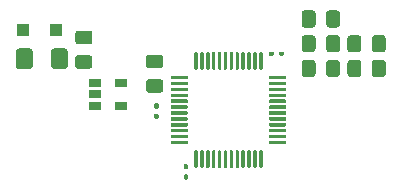
<source format=gbr>
%TF.GenerationSoftware,KiCad,Pcbnew,(5.1.8)-1*%
%TF.CreationDate,2020-12-26T00:02:07-07:00*%
%TF.ProjectId,Axle-Tx-PCB(STM32)v2,41786c65-2d54-4782-9d50-43422853544d,rev?*%
%TF.SameCoordinates,Original*%
%TF.FileFunction,Paste,Top*%
%TF.FilePolarity,Positive*%
%FSLAX46Y46*%
G04 Gerber Fmt 4.6, Leading zero omitted, Abs format (unit mm)*
G04 Created by KiCad (PCBNEW (5.1.8)-1) date 2020-12-26 00:02:07*
%MOMM*%
%LPD*%
G01*
G04 APERTURE LIST*
%ADD10R,1.060000X0.650000*%
%ADD11R,1.100000X1.100000*%
G04 APERTURE END LIST*
%TO.C,STM32*%
G36*
G01*
X19452000Y14726800D02*
X19452000Y16051800D01*
G75*
G02*
X19527000Y16126800I75000J0D01*
G01*
X19677000Y16126800D01*
G75*
G02*
X19752000Y16051800I0J-75000D01*
G01*
X19752000Y14726800D01*
G75*
G02*
X19677000Y14651800I-75000J0D01*
G01*
X19527000Y14651800D01*
G75*
G02*
X19452000Y14726800I0J75000D01*
G01*
G37*
G36*
G01*
X19952000Y14726800D02*
X19952000Y16051800D01*
G75*
G02*
X20027000Y16126800I75000J0D01*
G01*
X20177000Y16126800D01*
G75*
G02*
X20252000Y16051800I0J-75000D01*
G01*
X20252000Y14726800D01*
G75*
G02*
X20177000Y14651800I-75000J0D01*
G01*
X20027000Y14651800D01*
G75*
G02*
X19952000Y14726800I0J75000D01*
G01*
G37*
G36*
G01*
X20452000Y14726800D02*
X20452000Y16051800D01*
G75*
G02*
X20527000Y16126800I75000J0D01*
G01*
X20677000Y16126800D01*
G75*
G02*
X20752000Y16051800I0J-75000D01*
G01*
X20752000Y14726800D01*
G75*
G02*
X20677000Y14651800I-75000J0D01*
G01*
X20527000Y14651800D01*
G75*
G02*
X20452000Y14726800I0J75000D01*
G01*
G37*
G36*
G01*
X20952000Y14726800D02*
X20952000Y16051800D01*
G75*
G02*
X21027000Y16126800I75000J0D01*
G01*
X21177000Y16126800D01*
G75*
G02*
X21252000Y16051800I0J-75000D01*
G01*
X21252000Y14726800D01*
G75*
G02*
X21177000Y14651800I-75000J0D01*
G01*
X21027000Y14651800D01*
G75*
G02*
X20952000Y14726800I0J75000D01*
G01*
G37*
G36*
G01*
X21452000Y14726800D02*
X21452000Y16051800D01*
G75*
G02*
X21527000Y16126800I75000J0D01*
G01*
X21677000Y16126800D01*
G75*
G02*
X21752000Y16051800I0J-75000D01*
G01*
X21752000Y14726800D01*
G75*
G02*
X21677000Y14651800I-75000J0D01*
G01*
X21527000Y14651800D01*
G75*
G02*
X21452000Y14726800I0J75000D01*
G01*
G37*
G36*
G01*
X21952000Y14726800D02*
X21952000Y16051800D01*
G75*
G02*
X22027000Y16126800I75000J0D01*
G01*
X22177000Y16126800D01*
G75*
G02*
X22252000Y16051800I0J-75000D01*
G01*
X22252000Y14726800D01*
G75*
G02*
X22177000Y14651800I-75000J0D01*
G01*
X22027000Y14651800D01*
G75*
G02*
X21952000Y14726800I0J75000D01*
G01*
G37*
G36*
G01*
X22452000Y14726800D02*
X22452000Y16051800D01*
G75*
G02*
X22527000Y16126800I75000J0D01*
G01*
X22677000Y16126800D01*
G75*
G02*
X22752000Y16051800I0J-75000D01*
G01*
X22752000Y14726800D01*
G75*
G02*
X22677000Y14651800I-75000J0D01*
G01*
X22527000Y14651800D01*
G75*
G02*
X22452000Y14726800I0J75000D01*
G01*
G37*
G36*
G01*
X22952000Y14726800D02*
X22952000Y16051800D01*
G75*
G02*
X23027000Y16126800I75000J0D01*
G01*
X23177000Y16126800D01*
G75*
G02*
X23252000Y16051800I0J-75000D01*
G01*
X23252000Y14726800D01*
G75*
G02*
X23177000Y14651800I-75000J0D01*
G01*
X23027000Y14651800D01*
G75*
G02*
X22952000Y14726800I0J75000D01*
G01*
G37*
G36*
G01*
X23452000Y14726800D02*
X23452000Y16051800D01*
G75*
G02*
X23527000Y16126800I75000J0D01*
G01*
X23677000Y16126800D01*
G75*
G02*
X23752000Y16051800I0J-75000D01*
G01*
X23752000Y14726800D01*
G75*
G02*
X23677000Y14651800I-75000J0D01*
G01*
X23527000Y14651800D01*
G75*
G02*
X23452000Y14726800I0J75000D01*
G01*
G37*
G36*
G01*
X23952000Y14726800D02*
X23952000Y16051800D01*
G75*
G02*
X24027000Y16126800I75000J0D01*
G01*
X24177000Y16126800D01*
G75*
G02*
X24252000Y16051800I0J-75000D01*
G01*
X24252000Y14726800D01*
G75*
G02*
X24177000Y14651800I-75000J0D01*
G01*
X24027000Y14651800D01*
G75*
G02*
X23952000Y14726800I0J75000D01*
G01*
G37*
G36*
G01*
X24452000Y14726800D02*
X24452000Y16051800D01*
G75*
G02*
X24527000Y16126800I75000J0D01*
G01*
X24677000Y16126800D01*
G75*
G02*
X24752000Y16051800I0J-75000D01*
G01*
X24752000Y14726800D01*
G75*
G02*
X24677000Y14651800I-75000J0D01*
G01*
X24527000Y14651800D01*
G75*
G02*
X24452000Y14726800I0J75000D01*
G01*
G37*
G36*
G01*
X24952000Y14726800D02*
X24952000Y16051800D01*
G75*
G02*
X25027000Y16126800I75000J0D01*
G01*
X25177000Y16126800D01*
G75*
G02*
X25252000Y16051800I0J-75000D01*
G01*
X25252000Y14726800D01*
G75*
G02*
X25177000Y14651800I-75000J0D01*
G01*
X25027000Y14651800D01*
G75*
G02*
X24952000Y14726800I0J75000D01*
G01*
G37*
G36*
G01*
X25777000Y13901800D02*
X25777000Y14051800D01*
G75*
G02*
X25852000Y14126800I75000J0D01*
G01*
X27177000Y14126800D01*
G75*
G02*
X27252000Y14051800I0J-75000D01*
G01*
X27252000Y13901800D01*
G75*
G02*
X27177000Y13826800I-75000J0D01*
G01*
X25852000Y13826800D01*
G75*
G02*
X25777000Y13901800I0J75000D01*
G01*
G37*
G36*
G01*
X25777000Y13401800D02*
X25777000Y13551800D01*
G75*
G02*
X25852000Y13626800I75000J0D01*
G01*
X27177000Y13626800D01*
G75*
G02*
X27252000Y13551800I0J-75000D01*
G01*
X27252000Y13401800D01*
G75*
G02*
X27177000Y13326800I-75000J0D01*
G01*
X25852000Y13326800D01*
G75*
G02*
X25777000Y13401800I0J75000D01*
G01*
G37*
G36*
G01*
X25777000Y12901800D02*
X25777000Y13051800D01*
G75*
G02*
X25852000Y13126800I75000J0D01*
G01*
X27177000Y13126800D01*
G75*
G02*
X27252000Y13051800I0J-75000D01*
G01*
X27252000Y12901800D01*
G75*
G02*
X27177000Y12826800I-75000J0D01*
G01*
X25852000Y12826800D01*
G75*
G02*
X25777000Y12901800I0J75000D01*
G01*
G37*
G36*
G01*
X25777000Y12401800D02*
X25777000Y12551800D01*
G75*
G02*
X25852000Y12626800I75000J0D01*
G01*
X27177000Y12626800D01*
G75*
G02*
X27252000Y12551800I0J-75000D01*
G01*
X27252000Y12401800D01*
G75*
G02*
X27177000Y12326800I-75000J0D01*
G01*
X25852000Y12326800D01*
G75*
G02*
X25777000Y12401800I0J75000D01*
G01*
G37*
G36*
G01*
X25777000Y11901800D02*
X25777000Y12051800D01*
G75*
G02*
X25852000Y12126800I75000J0D01*
G01*
X27177000Y12126800D01*
G75*
G02*
X27252000Y12051800I0J-75000D01*
G01*
X27252000Y11901800D01*
G75*
G02*
X27177000Y11826800I-75000J0D01*
G01*
X25852000Y11826800D01*
G75*
G02*
X25777000Y11901800I0J75000D01*
G01*
G37*
G36*
G01*
X25777000Y11401800D02*
X25777000Y11551800D01*
G75*
G02*
X25852000Y11626800I75000J0D01*
G01*
X27177000Y11626800D01*
G75*
G02*
X27252000Y11551800I0J-75000D01*
G01*
X27252000Y11401800D01*
G75*
G02*
X27177000Y11326800I-75000J0D01*
G01*
X25852000Y11326800D01*
G75*
G02*
X25777000Y11401800I0J75000D01*
G01*
G37*
G36*
G01*
X25777000Y10901800D02*
X25777000Y11051800D01*
G75*
G02*
X25852000Y11126800I75000J0D01*
G01*
X27177000Y11126800D01*
G75*
G02*
X27252000Y11051800I0J-75000D01*
G01*
X27252000Y10901800D01*
G75*
G02*
X27177000Y10826800I-75000J0D01*
G01*
X25852000Y10826800D01*
G75*
G02*
X25777000Y10901800I0J75000D01*
G01*
G37*
G36*
G01*
X25777000Y10401800D02*
X25777000Y10551800D01*
G75*
G02*
X25852000Y10626800I75000J0D01*
G01*
X27177000Y10626800D01*
G75*
G02*
X27252000Y10551800I0J-75000D01*
G01*
X27252000Y10401800D01*
G75*
G02*
X27177000Y10326800I-75000J0D01*
G01*
X25852000Y10326800D01*
G75*
G02*
X25777000Y10401800I0J75000D01*
G01*
G37*
G36*
G01*
X25777000Y9901800D02*
X25777000Y10051800D01*
G75*
G02*
X25852000Y10126800I75000J0D01*
G01*
X27177000Y10126800D01*
G75*
G02*
X27252000Y10051800I0J-75000D01*
G01*
X27252000Y9901800D01*
G75*
G02*
X27177000Y9826800I-75000J0D01*
G01*
X25852000Y9826800D01*
G75*
G02*
X25777000Y9901800I0J75000D01*
G01*
G37*
G36*
G01*
X25777000Y9401800D02*
X25777000Y9551800D01*
G75*
G02*
X25852000Y9626800I75000J0D01*
G01*
X27177000Y9626800D01*
G75*
G02*
X27252000Y9551800I0J-75000D01*
G01*
X27252000Y9401800D01*
G75*
G02*
X27177000Y9326800I-75000J0D01*
G01*
X25852000Y9326800D01*
G75*
G02*
X25777000Y9401800I0J75000D01*
G01*
G37*
G36*
G01*
X25777000Y8901800D02*
X25777000Y9051800D01*
G75*
G02*
X25852000Y9126800I75000J0D01*
G01*
X27177000Y9126800D01*
G75*
G02*
X27252000Y9051800I0J-75000D01*
G01*
X27252000Y8901800D01*
G75*
G02*
X27177000Y8826800I-75000J0D01*
G01*
X25852000Y8826800D01*
G75*
G02*
X25777000Y8901800I0J75000D01*
G01*
G37*
G36*
G01*
X25777000Y8401800D02*
X25777000Y8551800D01*
G75*
G02*
X25852000Y8626800I75000J0D01*
G01*
X27177000Y8626800D01*
G75*
G02*
X27252000Y8551800I0J-75000D01*
G01*
X27252000Y8401800D01*
G75*
G02*
X27177000Y8326800I-75000J0D01*
G01*
X25852000Y8326800D01*
G75*
G02*
X25777000Y8401800I0J75000D01*
G01*
G37*
G36*
G01*
X24952000Y6401800D02*
X24952000Y7726800D01*
G75*
G02*
X25027000Y7801800I75000J0D01*
G01*
X25177000Y7801800D01*
G75*
G02*
X25252000Y7726800I0J-75000D01*
G01*
X25252000Y6401800D01*
G75*
G02*
X25177000Y6326800I-75000J0D01*
G01*
X25027000Y6326800D01*
G75*
G02*
X24952000Y6401800I0J75000D01*
G01*
G37*
G36*
G01*
X24452000Y6401800D02*
X24452000Y7726800D01*
G75*
G02*
X24527000Y7801800I75000J0D01*
G01*
X24677000Y7801800D01*
G75*
G02*
X24752000Y7726800I0J-75000D01*
G01*
X24752000Y6401800D01*
G75*
G02*
X24677000Y6326800I-75000J0D01*
G01*
X24527000Y6326800D01*
G75*
G02*
X24452000Y6401800I0J75000D01*
G01*
G37*
G36*
G01*
X23952000Y6401800D02*
X23952000Y7726800D01*
G75*
G02*
X24027000Y7801800I75000J0D01*
G01*
X24177000Y7801800D01*
G75*
G02*
X24252000Y7726800I0J-75000D01*
G01*
X24252000Y6401800D01*
G75*
G02*
X24177000Y6326800I-75000J0D01*
G01*
X24027000Y6326800D01*
G75*
G02*
X23952000Y6401800I0J75000D01*
G01*
G37*
G36*
G01*
X23452000Y6401800D02*
X23452000Y7726800D01*
G75*
G02*
X23527000Y7801800I75000J0D01*
G01*
X23677000Y7801800D01*
G75*
G02*
X23752000Y7726800I0J-75000D01*
G01*
X23752000Y6401800D01*
G75*
G02*
X23677000Y6326800I-75000J0D01*
G01*
X23527000Y6326800D01*
G75*
G02*
X23452000Y6401800I0J75000D01*
G01*
G37*
G36*
G01*
X22952000Y6401800D02*
X22952000Y7726800D01*
G75*
G02*
X23027000Y7801800I75000J0D01*
G01*
X23177000Y7801800D01*
G75*
G02*
X23252000Y7726800I0J-75000D01*
G01*
X23252000Y6401800D01*
G75*
G02*
X23177000Y6326800I-75000J0D01*
G01*
X23027000Y6326800D01*
G75*
G02*
X22952000Y6401800I0J75000D01*
G01*
G37*
G36*
G01*
X22452000Y6401800D02*
X22452000Y7726800D01*
G75*
G02*
X22527000Y7801800I75000J0D01*
G01*
X22677000Y7801800D01*
G75*
G02*
X22752000Y7726800I0J-75000D01*
G01*
X22752000Y6401800D01*
G75*
G02*
X22677000Y6326800I-75000J0D01*
G01*
X22527000Y6326800D01*
G75*
G02*
X22452000Y6401800I0J75000D01*
G01*
G37*
G36*
G01*
X21952000Y6401800D02*
X21952000Y7726800D01*
G75*
G02*
X22027000Y7801800I75000J0D01*
G01*
X22177000Y7801800D01*
G75*
G02*
X22252000Y7726800I0J-75000D01*
G01*
X22252000Y6401800D01*
G75*
G02*
X22177000Y6326800I-75000J0D01*
G01*
X22027000Y6326800D01*
G75*
G02*
X21952000Y6401800I0J75000D01*
G01*
G37*
G36*
G01*
X21452000Y6401800D02*
X21452000Y7726800D01*
G75*
G02*
X21527000Y7801800I75000J0D01*
G01*
X21677000Y7801800D01*
G75*
G02*
X21752000Y7726800I0J-75000D01*
G01*
X21752000Y6401800D01*
G75*
G02*
X21677000Y6326800I-75000J0D01*
G01*
X21527000Y6326800D01*
G75*
G02*
X21452000Y6401800I0J75000D01*
G01*
G37*
G36*
G01*
X20952000Y6401800D02*
X20952000Y7726800D01*
G75*
G02*
X21027000Y7801800I75000J0D01*
G01*
X21177000Y7801800D01*
G75*
G02*
X21252000Y7726800I0J-75000D01*
G01*
X21252000Y6401800D01*
G75*
G02*
X21177000Y6326800I-75000J0D01*
G01*
X21027000Y6326800D01*
G75*
G02*
X20952000Y6401800I0J75000D01*
G01*
G37*
G36*
G01*
X20452000Y6401800D02*
X20452000Y7726800D01*
G75*
G02*
X20527000Y7801800I75000J0D01*
G01*
X20677000Y7801800D01*
G75*
G02*
X20752000Y7726800I0J-75000D01*
G01*
X20752000Y6401800D01*
G75*
G02*
X20677000Y6326800I-75000J0D01*
G01*
X20527000Y6326800D01*
G75*
G02*
X20452000Y6401800I0J75000D01*
G01*
G37*
G36*
G01*
X19952000Y6401800D02*
X19952000Y7726800D01*
G75*
G02*
X20027000Y7801800I75000J0D01*
G01*
X20177000Y7801800D01*
G75*
G02*
X20252000Y7726800I0J-75000D01*
G01*
X20252000Y6401800D01*
G75*
G02*
X20177000Y6326800I-75000J0D01*
G01*
X20027000Y6326800D01*
G75*
G02*
X19952000Y6401800I0J75000D01*
G01*
G37*
G36*
G01*
X19452000Y6401800D02*
X19452000Y7726800D01*
G75*
G02*
X19527000Y7801800I75000J0D01*
G01*
X19677000Y7801800D01*
G75*
G02*
X19752000Y7726800I0J-75000D01*
G01*
X19752000Y6401800D01*
G75*
G02*
X19677000Y6326800I-75000J0D01*
G01*
X19527000Y6326800D01*
G75*
G02*
X19452000Y6401800I0J75000D01*
G01*
G37*
G36*
G01*
X17452000Y8401800D02*
X17452000Y8551800D01*
G75*
G02*
X17527000Y8626800I75000J0D01*
G01*
X18852000Y8626800D01*
G75*
G02*
X18927000Y8551800I0J-75000D01*
G01*
X18927000Y8401800D01*
G75*
G02*
X18852000Y8326800I-75000J0D01*
G01*
X17527000Y8326800D01*
G75*
G02*
X17452000Y8401800I0J75000D01*
G01*
G37*
G36*
G01*
X17452000Y8901800D02*
X17452000Y9051800D01*
G75*
G02*
X17527000Y9126800I75000J0D01*
G01*
X18852000Y9126800D01*
G75*
G02*
X18927000Y9051800I0J-75000D01*
G01*
X18927000Y8901800D01*
G75*
G02*
X18852000Y8826800I-75000J0D01*
G01*
X17527000Y8826800D01*
G75*
G02*
X17452000Y8901800I0J75000D01*
G01*
G37*
G36*
G01*
X17452000Y9401800D02*
X17452000Y9551800D01*
G75*
G02*
X17527000Y9626800I75000J0D01*
G01*
X18852000Y9626800D01*
G75*
G02*
X18927000Y9551800I0J-75000D01*
G01*
X18927000Y9401800D01*
G75*
G02*
X18852000Y9326800I-75000J0D01*
G01*
X17527000Y9326800D01*
G75*
G02*
X17452000Y9401800I0J75000D01*
G01*
G37*
G36*
G01*
X17452000Y9901800D02*
X17452000Y10051800D01*
G75*
G02*
X17527000Y10126800I75000J0D01*
G01*
X18852000Y10126800D01*
G75*
G02*
X18927000Y10051800I0J-75000D01*
G01*
X18927000Y9901800D01*
G75*
G02*
X18852000Y9826800I-75000J0D01*
G01*
X17527000Y9826800D01*
G75*
G02*
X17452000Y9901800I0J75000D01*
G01*
G37*
G36*
G01*
X17452000Y10401800D02*
X17452000Y10551800D01*
G75*
G02*
X17527000Y10626800I75000J0D01*
G01*
X18852000Y10626800D01*
G75*
G02*
X18927000Y10551800I0J-75000D01*
G01*
X18927000Y10401800D01*
G75*
G02*
X18852000Y10326800I-75000J0D01*
G01*
X17527000Y10326800D01*
G75*
G02*
X17452000Y10401800I0J75000D01*
G01*
G37*
G36*
G01*
X17452000Y10901800D02*
X17452000Y11051800D01*
G75*
G02*
X17527000Y11126800I75000J0D01*
G01*
X18852000Y11126800D01*
G75*
G02*
X18927000Y11051800I0J-75000D01*
G01*
X18927000Y10901800D01*
G75*
G02*
X18852000Y10826800I-75000J0D01*
G01*
X17527000Y10826800D01*
G75*
G02*
X17452000Y10901800I0J75000D01*
G01*
G37*
G36*
G01*
X17452000Y11401800D02*
X17452000Y11551800D01*
G75*
G02*
X17527000Y11626800I75000J0D01*
G01*
X18852000Y11626800D01*
G75*
G02*
X18927000Y11551800I0J-75000D01*
G01*
X18927000Y11401800D01*
G75*
G02*
X18852000Y11326800I-75000J0D01*
G01*
X17527000Y11326800D01*
G75*
G02*
X17452000Y11401800I0J75000D01*
G01*
G37*
G36*
G01*
X17452000Y11901800D02*
X17452000Y12051800D01*
G75*
G02*
X17527000Y12126800I75000J0D01*
G01*
X18852000Y12126800D01*
G75*
G02*
X18927000Y12051800I0J-75000D01*
G01*
X18927000Y11901800D01*
G75*
G02*
X18852000Y11826800I-75000J0D01*
G01*
X17527000Y11826800D01*
G75*
G02*
X17452000Y11901800I0J75000D01*
G01*
G37*
G36*
G01*
X17452000Y12401800D02*
X17452000Y12551800D01*
G75*
G02*
X17527000Y12626800I75000J0D01*
G01*
X18852000Y12626800D01*
G75*
G02*
X18927000Y12551800I0J-75000D01*
G01*
X18927000Y12401800D01*
G75*
G02*
X18852000Y12326800I-75000J0D01*
G01*
X17527000Y12326800D01*
G75*
G02*
X17452000Y12401800I0J75000D01*
G01*
G37*
G36*
G01*
X17452000Y12901800D02*
X17452000Y13051800D01*
G75*
G02*
X17527000Y13126800I75000J0D01*
G01*
X18852000Y13126800D01*
G75*
G02*
X18927000Y13051800I0J-75000D01*
G01*
X18927000Y12901800D01*
G75*
G02*
X18852000Y12826800I-75000J0D01*
G01*
X17527000Y12826800D01*
G75*
G02*
X17452000Y12901800I0J75000D01*
G01*
G37*
G36*
G01*
X17452000Y13401800D02*
X17452000Y13551800D01*
G75*
G02*
X17527000Y13626800I75000J0D01*
G01*
X18852000Y13626800D01*
G75*
G02*
X18927000Y13551800I0J-75000D01*
G01*
X18927000Y13401800D01*
G75*
G02*
X18852000Y13326800I-75000J0D01*
G01*
X17527000Y13326800D01*
G75*
G02*
X17452000Y13401800I0J75000D01*
G01*
G37*
G36*
G01*
X17452000Y13901800D02*
X17452000Y14051800D01*
G75*
G02*
X17527000Y14126800I75000J0D01*
G01*
X18852000Y14126800D01*
G75*
G02*
X18927000Y14051800I0J-75000D01*
G01*
X18927000Y13901800D01*
G75*
G02*
X18852000Y13826800I-75000J0D01*
G01*
X17527000Y13826800D01*
G75*
G02*
X17452000Y13901800I0J75000D01*
G01*
G37*
%TD*%
D10*
%TO.C,3.3Vreg1*%
X13292000Y13497600D03*
X13292000Y11597600D03*
X11092000Y11597600D03*
X11092000Y12547600D03*
X11092000Y13497600D03*
%TD*%
%TO.C,R6*%
G36*
G01*
X18655200Y5789800D02*
X18835200Y5789800D01*
G75*
G02*
X18925200Y5699800I0J-90000D01*
G01*
X18925200Y5421800D01*
G75*
G02*
X18835200Y5331800I-90000J0D01*
G01*
X18655200Y5331800D01*
G75*
G02*
X18565200Y5421800I0J90000D01*
G01*
X18565200Y5699800D01*
G75*
G02*
X18655200Y5789800I90000J0D01*
G01*
G37*
G36*
G01*
X18655200Y6654800D02*
X18835200Y6654800D01*
G75*
G02*
X18925200Y6564800I0J-90000D01*
G01*
X18925200Y6286800D01*
G75*
G02*
X18835200Y6196800I-90000J0D01*
G01*
X18655200Y6196800D01*
G75*
G02*
X18565200Y6286800I0J90000D01*
G01*
X18565200Y6564800D01*
G75*
G02*
X18655200Y6654800I90000J0D01*
G01*
G37*
%TD*%
%TO.C,R4*%
G36*
G01*
X26619500Y15912000D02*
X26619500Y16092000D01*
G75*
G02*
X26709500Y16182000I90000J0D01*
G01*
X26987500Y16182000D01*
G75*
G02*
X27077500Y16092000I0J-90000D01*
G01*
X27077500Y15912000D01*
G75*
G02*
X26987500Y15822000I-90000J0D01*
G01*
X26709500Y15822000D01*
G75*
G02*
X26619500Y15912000I0J90000D01*
G01*
G37*
G36*
G01*
X25754500Y15912000D02*
X25754500Y16092000D01*
G75*
G02*
X25844500Y16182000I90000J0D01*
G01*
X26122500Y16182000D01*
G75*
G02*
X26212500Y16092000I0J-90000D01*
G01*
X26212500Y15912000D01*
G75*
G02*
X26122500Y15822000I-90000J0D01*
G01*
X25844500Y15822000D01*
G75*
G02*
X25754500Y15912000I0J90000D01*
G01*
G37*
%TD*%
%TO.C,C7*%
G36*
G01*
X16578600Y14746300D02*
X15628600Y14746300D01*
G75*
G02*
X15378600Y14996300I0J250000D01*
G01*
X15378600Y15671300D01*
G75*
G02*
X15628600Y15921300I250000J0D01*
G01*
X16578600Y15921300D01*
G75*
G02*
X16828600Y15671300I0J-250000D01*
G01*
X16828600Y14996300D01*
G75*
G02*
X16578600Y14746300I-250000J0D01*
G01*
G37*
G36*
G01*
X16578600Y12671300D02*
X15628600Y12671300D01*
G75*
G02*
X15378600Y12921300I0J250000D01*
G01*
X15378600Y13596300D01*
G75*
G02*
X15628600Y13846300I250000J0D01*
G01*
X16578600Y13846300D01*
G75*
G02*
X16828600Y13596300I0J-250000D01*
G01*
X16828600Y12921300D01*
G75*
G02*
X16578600Y12671300I-250000J0D01*
G01*
G37*
%TD*%
%TO.C,R5*%
G36*
G01*
X16346000Y11328700D02*
X16166000Y11328700D01*
G75*
G02*
X16076000Y11418700I0J90000D01*
G01*
X16076000Y11696700D01*
G75*
G02*
X16166000Y11786700I90000J0D01*
G01*
X16346000Y11786700D01*
G75*
G02*
X16436000Y11696700I0J-90000D01*
G01*
X16436000Y11418700D01*
G75*
G02*
X16346000Y11328700I-90000J0D01*
G01*
G37*
G36*
G01*
X16346000Y10463700D02*
X16166000Y10463700D01*
G75*
G02*
X16076000Y10553700I0J90000D01*
G01*
X16076000Y10831700D01*
G75*
G02*
X16166000Y10921700I90000J0D01*
G01*
X16346000Y10921700D01*
G75*
G02*
X16436000Y10831700I0J-90000D01*
G01*
X16436000Y10553700D01*
G75*
G02*
X16346000Y10463700I-90000J0D01*
G01*
G37*
%TD*%
%TO.C,F1*%
G36*
G01*
X5778200Y16195200D02*
X5778200Y14945200D01*
G75*
G02*
X5528200Y14695200I-250000J0D01*
G01*
X4603200Y14695200D01*
G75*
G02*
X4353200Y14945200I0J250000D01*
G01*
X4353200Y16195200D01*
G75*
G02*
X4603200Y16445200I250000J0D01*
G01*
X5528200Y16445200D01*
G75*
G02*
X5778200Y16195200I0J-250000D01*
G01*
G37*
G36*
G01*
X8753200Y16195200D02*
X8753200Y14945200D01*
G75*
G02*
X8503200Y14695200I-250000J0D01*
G01*
X7578200Y14695200D01*
G75*
G02*
X7328200Y14945200I0J250000D01*
G01*
X7328200Y16195200D01*
G75*
G02*
X7578200Y16445200I250000J0D01*
G01*
X8503200Y16445200D01*
G75*
G02*
X8753200Y16195200I0J-250000D01*
G01*
G37*
%TD*%
D11*
%TO.C,D1*%
X7724600Y17983200D03*
X4924600Y17983200D03*
%TD*%
%TO.C,C5*%
G36*
G01*
X33598700Y15219700D02*
X33598700Y14269700D01*
G75*
G02*
X33348700Y14019700I-250000J0D01*
G01*
X32673700Y14019700D01*
G75*
G02*
X32423700Y14269700I0J250000D01*
G01*
X32423700Y15219700D01*
G75*
G02*
X32673700Y15469700I250000J0D01*
G01*
X33348700Y15469700D01*
G75*
G02*
X33598700Y15219700I0J-250000D01*
G01*
G37*
G36*
G01*
X35673700Y15219700D02*
X35673700Y14269700D01*
G75*
G02*
X35423700Y14019700I-250000J0D01*
G01*
X34748700Y14019700D01*
G75*
G02*
X34498700Y14269700I0J250000D01*
G01*
X34498700Y15219700D01*
G75*
G02*
X34748700Y15469700I250000J0D01*
G01*
X35423700Y15469700D01*
G75*
G02*
X35673700Y15219700I0J-250000D01*
G01*
G37*
%TD*%
%TO.C,C4*%
G36*
G01*
X33598700Y17315200D02*
X33598700Y16365200D01*
G75*
G02*
X33348700Y16115200I-250000J0D01*
G01*
X32673700Y16115200D01*
G75*
G02*
X32423700Y16365200I0J250000D01*
G01*
X32423700Y17315200D01*
G75*
G02*
X32673700Y17565200I250000J0D01*
G01*
X33348700Y17565200D01*
G75*
G02*
X33598700Y17315200I0J-250000D01*
G01*
G37*
G36*
G01*
X35673700Y17315200D02*
X35673700Y16365200D01*
G75*
G02*
X35423700Y16115200I-250000J0D01*
G01*
X34748700Y16115200D01*
G75*
G02*
X34498700Y16365200I0J250000D01*
G01*
X34498700Y17315200D01*
G75*
G02*
X34748700Y17565200I250000J0D01*
G01*
X35423700Y17565200D01*
G75*
G02*
X35673700Y17315200I0J-250000D01*
G01*
G37*
%TD*%
%TO.C,C6*%
G36*
G01*
X9634200Y15882200D02*
X10584200Y15882200D01*
G75*
G02*
X10834200Y15632200I0J-250000D01*
G01*
X10834200Y14957200D01*
G75*
G02*
X10584200Y14707200I-250000J0D01*
G01*
X9634200Y14707200D01*
G75*
G02*
X9384200Y14957200I0J250000D01*
G01*
X9384200Y15632200D01*
G75*
G02*
X9634200Y15882200I250000J0D01*
G01*
G37*
G36*
G01*
X9634200Y17957200D02*
X10584200Y17957200D01*
G75*
G02*
X10834200Y17707200I0J-250000D01*
G01*
X10834200Y17032200D01*
G75*
G02*
X10584200Y16782200I-250000J0D01*
G01*
X9634200Y16782200D01*
G75*
G02*
X9384200Y17032200I0J250000D01*
G01*
X9384200Y17707200D01*
G75*
G02*
X9634200Y17957200I250000J0D01*
G01*
G37*
%TD*%
%TO.C,C3*%
G36*
G01*
X30625200Y14269700D02*
X30625200Y15219700D01*
G75*
G02*
X30875200Y15469700I250000J0D01*
G01*
X31550200Y15469700D01*
G75*
G02*
X31800200Y15219700I0J-250000D01*
G01*
X31800200Y14269700D01*
G75*
G02*
X31550200Y14019700I-250000J0D01*
G01*
X30875200Y14019700D01*
G75*
G02*
X30625200Y14269700I0J250000D01*
G01*
G37*
G36*
G01*
X28550200Y14269700D02*
X28550200Y15219700D01*
G75*
G02*
X28800200Y15469700I250000J0D01*
G01*
X29475200Y15469700D01*
G75*
G02*
X29725200Y15219700I0J-250000D01*
G01*
X29725200Y14269700D01*
G75*
G02*
X29475200Y14019700I-250000J0D01*
G01*
X28800200Y14019700D01*
G75*
G02*
X28550200Y14269700I0J250000D01*
G01*
G37*
%TD*%
%TO.C,C2*%
G36*
G01*
X30625200Y16365200D02*
X30625200Y17315200D01*
G75*
G02*
X30875200Y17565200I250000J0D01*
G01*
X31550200Y17565200D01*
G75*
G02*
X31800200Y17315200I0J-250000D01*
G01*
X31800200Y16365200D01*
G75*
G02*
X31550200Y16115200I-250000J0D01*
G01*
X30875200Y16115200D01*
G75*
G02*
X30625200Y16365200I0J250000D01*
G01*
G37*
G36*
G01*
X28550200Y16365200D02*
X28550200Y17315200D01*
G75*
G02*
X28800200Y17565200I250000J0D01*
G01*
X29475200Y17565200D01*
G75*
G02*
X29725200Y17315200I0J-250000D01*
G01*
X29725200Y16365200D01*
G75*
G02*
X29475200Y16115200I-250000J0D01*
G01*
X28800200Y16115200D01*
G75*
G02*
X28550200Y16365200I0J250000D01*
G01*
G37*
%TD*%
%TO.C,C1*%
G36*
G01*
X30625200Y18460700D02*
X30625200Y19410700D01*
G75*
G02*
X30875200Y19660700I250000J0D01*
G01*
X31550200Y19660700D01*
G75*
G02*
X31800200Y19410700I0J-250000D01*
G01*
X31800200Y18460700D01*
G75*
G02*
X31550200Y18210700I-250000J0D01*
G01*
X30875200Y18210700D01*
G75*
G02*
X30625200Y18460700I0J250000D01*
G01*
G37*
G36*
G01*
X28550200Y18460700D02*
X28550200Y19410700D01*
G75*
G02*
X28800200Y19660700I250000J0D01*
G01*
X29475200Y19660700D01*
G75*
G02*
X29725200Y19410700I0J-250000D01*
G01*
X29725200Y18460700D01*
G75*
G02*
X29475200Y18210700I-250000J0D01*
G01*
X28800200Y18210700D01*
G75*
G02*
X28550200Y18460700I0J250000D01*
G01*
G37*
%TD*%
M02*

</source>
